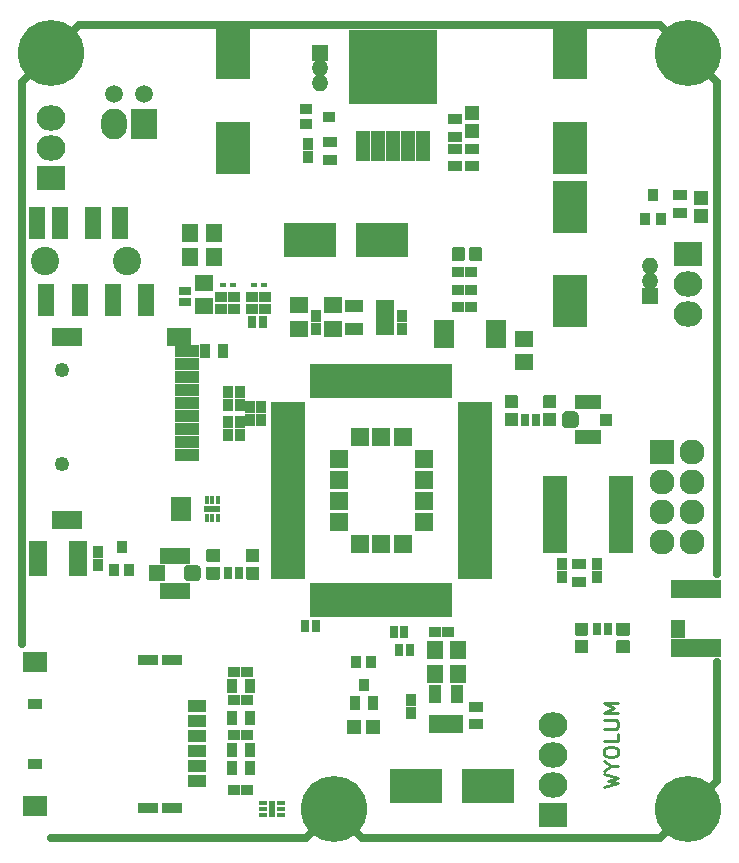
<source format=gts>
G04 #@! TF.GenerationSoftware,KiCad,Pcbnew,5.1.2-f72e74a~84~ubuntu18.04.1*
G04 #@! TF.CreationDate,2019-06-22T18:56:12+05:30*
G04 #@! TF.ProjectId,mc60,6d633630-2e6b-4696-9361-645f70636258,rev?*
G04 #@! TF.SameCoordinates,PX41cdb40PY7bfa480*
G04 #@! TF.FileFunction,Soldermask,Top*
G04 #@! TF.FilePolarity,Negative*
%FSLAX46Y46*%
G04 Gerber Fmt 4.6, Leading zero omitted, Abs format (unit mm)*
G04 Created by KiCad (PCBNEW 5.1.2-f72e74a~84~ubuntu18.04.1) date 2019-06-22 18:56:12*
%MOMM*%
%LPD*%
G04 APERTURE LIST*
%ADD10C,0.700000*%
%ADD11C,0.250000*%
%ADD12C,1.150000*%
%ADD13C,5.600000*%
%ADD14R,1.600000X1.500000*%
%ADD15R,1.400000X1.400000*%
%ADD16O,1.400000X1.400000*%
%ADD17R,0.900000X1.100000*%
%ADD18R,0.900000X1.000000*%
%ADD19R,0.800000X1.000000*%
%ADD20R,1.000000X0.800000*%
%ADD21R,4.400000X2.900000*%
%ADD22R,2.900000X4.400000*%
%ADD23R,1.650000X1.400000*%
%ADD24R,2.900000X1.100000*%
%ADD25R,1.100000X2.900000*%
%ADD26R,1.500000X1.500000*%
%ADD27R,4.200000X1.550000*%
%ADD28R,1.150000X1.600000*%
%ADD29O,2.432000X2.127200*%
%ADD30R,2.432000X2.127200*%
%ADD31R,1.000000X0.900000*%
%ADD32C,0.508000*%
%ADD33C,1.100000*%
%ADD34R,1.400000X1.650000*%
%ADD35C,1.250000*%
%ADD36R,2.000000X1.100000*%
%ADD37R,2.000000X1.600000*%
%ADD38R,2.600000X1.600000*%
%ADD39R,1.800000X2.000000*%
%ADD40R,1.550000X1.050000*%
%ADD41R,1.700000X0.850000*%
%ADD42R,2.100000X1.800000*%
%ADD43R,1.200000X0.940000*%
%ADD44C,2.400000*%
%ADD45R,1.400000X2.700000*%
%ADD46R,1.460000X0.610000*%
%ADD47R,0.460000X0.790000*%
%ADD48R,1.200000X1.200000*%
%ADD49R,0.610000X1.460000*%
%ADD50R,0.790000X0.460000*%
%ADD51R,0.560000X0.450000*%
%ADD52R,1.800000X2.400000*%
%ADD53O,2.127200X2.127200*%
%ADD54R,2.127200X2.127200*%
%ADD55R,1.100000X0.900000*%
%ADD56R,0.900000X1.300000*%
%ADD57R,1.300000X0.900000*%
%ADD58R,2.000000X0.750000*%
%ADD59R,7.500000X6.250000*%
%ADD60R,1.160000X2.600000*%
%ADD61R,1.000000X1.500000*%
%ADD62R,1.500000X1.000000*%
%ADD63C,1.400000*%
%ADD64R,1.100000X1.100000*%
%ADD65R,2.300000X1.150000*%
%ADD66R,2.600000X1.450000*%
%ADD67C,1.500000*%
%ADD68R,2.200000X2.600000*%
%ADD69O,2.200000X2.600000*%
G04 APERTURE END LIST*
D10*
X24600000Y600000D02*
X3050000Y600000D01*
X27000000Y3000000D02*
X24600000Y600000D01*
X600000Y64600000D02*
X600000Y17000000D01*
X5400000Y69400000D02*
X600000Y64600000D01*
X54600000Y69400000D02*
X5400000Y69400000D01*
X59400000Y64600000D02*
X54600000Y69400000D01*
X59400000Y22900000D02*
X59400000Y64600000D01*
X59400000Y5400000D02*
X59400000Y15500000D01*
X54600000Y600000D02*
X59400000Y5400000D01*
X29400000Y600000D02*
X54600000Y600000D01*
X27000000Y3000000D02*
X29400000Y600000D01*
D11*
X49815476Y4898810D02*
X51065476Y5196429D01*
X50172619Y5434524D01*
X51065476Y5672620D01*
X49815476Y5970239D01*
X50470238Y6684524D02*
X51065476Y6684524D01*
X49815476Y6267858D02*
X50470238Y6684524D01*
X49815476Y7101191D01*
X49815476Y7755953D02*
X49815476Y7994048D01*
X49875000Y8113096D01*
X49994047Y8232143D01*
X50232142Y8291667D01*
X50648809Y8291667D01*
X50886904Y8232143D01*
X51005952Y8113096D01*
X51065476Y7994048D01*
X51065476Y7755953D01*
X51005952Y7636905D01*
X50886904Y7517858D01*
X50648809Y7458334D01*
X50232142Y7458334D01*
X49994047Y7517858D01*
X49875000Y7636905D01*
X49815476Y7755953D01*
X51065476Y9422620D02*
X51065476Y8827381D01*
X49815476Y8827381D01*
X49815476Y9839286D02*
X50827380Y9839286D01*
X50946428Y9898810D01*
X51005952Y9958334D01*
X51065476Y10077381D01*
X51065476Y10315477D01*
X51005952Y10434524D01*
X50946428Y10494048D01*
X50827380Y10553572D01*
X49815476Y10553572D01*
X51065476Y11148810D02*
X49815476Y11148810D01*
X50708333Y11565477D01*
X49815476Y11982143D01*
X51065476Y11982143D01*
D12*
X55550000Y68450000D03*
X58450000Y68450000D03*
X58450000Y65550000D03*
X55550000Y65550000D03*
X57000000Y64950000D03*
X57000000Y69050000D03*
X54950000Y67000000D03*
X59050000Y67000000D03*
D13*
X57000000Y67000000D03*
D12*
X1550000Y68450000D03*
X4450000Y68450000D03*
X4450000Y65550000D03*
X1550000Y65550000D03*
X3000000Y64950000D03*
X3000000Y69050000D03*
X950000Y67000000D03*
X5050000Y67000000D03*
D13*
X3000000Y67000000D03*
D12*
X55550000Y4450000D03*
X58450000Y4450000D03*
X58450000Y1550000D03*
X55550000Y1550000D03*
X57000000Y950000D03*
X57000000Y5050000D03*
X54950000Y3000000D03*
X59050000Y3000000D03*
D13*
X57000000Y3000000D03*
D12*
X25550000Y4450000D03*
X28450000Y4450000D03*
X28450000Y1550000D03*
X25550000Y1550000D03*
X27000000Y950000D03*
X27000000Y5050000D03*
X24950000Y3000000D03*
X29050000Y3000000D03*
D13*
X27000000Y3000000D03*
D14*
X5300000Y23500000D03*
X1900000Y23500000D03*
X5300000Y25000000D03*
X1900000Y25000000D03*
D15*
X53750000Y46480000D03*
D16*
X53750000Y47750000D03*
X53750000Y49020000D03*
D15*
X25800000Y67000000D03*
D16*
X25800000Y65730000D03*
X25800000Y64460000D03*
D17*
X9000000Y25250000D03*
X9650000Y23250000D03*
X8350000Y23250000D03*
D18*
X7000000Y23700000D03*
X7000000Y24800000D03*
D19*
X43200000Y36000000D03*
X44100000Y36000000D03*
X18950000Y23000000D03*
X18050000Y23000000D03*
X49250000Y18270000D03*
X50150000Y18270000D03*
X24550000Y18500000D03*
X25450000Y18500000D03*
X32050000Y18000000D03*
X32950000Y18000000D03*
X32500000Y16500000D03*
X33400000Y16500000D03*
D20*
X14400000Y45950000D03*
X14400000Y46850000D03*
D21*
X40050000Y5000000D03*
X33950000Y5000000D03*
X24950000Y51200000D03*
X31050000Y51200000D03*
D22*
X47000000Y46000000D03*
X47000000Y54000000D03*
X18400000Y67000000D03*
X18400000Y59000000D03*
X47000000Y67000000D03*
X47000000Y59000000D03*
D23*
X43050000Y40850000D03*
X43050000Y42850000D03*
D24*
X23100000Y37000000D03*
X23100000Y36000000D03*
X23100000Y35000000D03*
X23100000Y34000000D03*
X23100000Y33000000D03*
X23100000Y32000000D03*
X23100000Y31000000D03*
X23100000Y30000000D03*
X23100000Y29000000D03*
X23100000Y28000000D03*
X23100000Y27000000D03*
X23100000Y26000000D03*
X23100000Y25000000D03*
X23100000Y24000000D03*
X23100000Y23000000D03*
D25*
X25500000Y20750000D03*
X26500000Y20750000D03*
X27500000Y20750000D03*
X28500000Y20750000D03*
X29500000Y20750000D03*
X30500000Y20750000D03*
X31500000Y20750000D03*
X32500000Y20750000D03*
X33500000Y20750000D03*
X34500000Y20750000D03*
X35500000Y20750000D03*
X36500000Y20750000D03*
D24*
X38900000Y23000000D03*
X38900000Y24000000D03*
X38900000Y25000000D03*
X38900000Y26000000D03*
X38900000Y27000000D03*
X38900000Y28000000D03*
X38900000Y29000000D03*
X38900000Y30000000D03*
X38900000Y31000000D03*
X38900000Y32000000D03*
X38900000Y33000000D03*
X38900000Y34000000D03*
X38900000Y35000000D03*
X38900000Y36000000D03*
X38900000Y37000000D03*
D25*
X36500000Y39250000D03*
X35500000Y39250000D03*
X34500000Y39250000D03*
X33500000Y39250000D03*
X32500000Y39250000D03*
X31500000Y39250000D03*
X30500000Y39250000D03*
X29500000Y39250000D03*
X28500000Y39250000D03*
X27500000Y39250000D03*
X26500000Y39250000D03*
X25500000Y39250000D03*
D26*
X34600000Y32700000D03*
X34600000Y30900000D03*
X34600000Y27300000D03*
X34600000Y29100000D03*
X32800000Y25500000D03*
X31000000Y25500000D03*
X29200000Y25500000D03*
X27400000Y27300000D03*
X27400000Y29100000D03*
X27400000Y30900000D03*
X27400000Y32700000D03*
X29200000Y34500000D03*
X31000000Y34500000D03*
X32800000Y34500000D03*
D27*
X57600000Y16700000D03*
X57600000Y21700000D03*
D28*
X56075000Y18275000D03*
D29*
X3000000Y61540000D03*
X3000000Y59000000D03*
D30*
X3000000Y56460000D03*
D31*
X19650000Y14650000D03*
X18550000Y14650000D03*
D32*
G36*
X48425782Y17319470D02*
G01*
X48436460Y17317886D01*
X48446931Y17315263D01*
X48457095Y17311627D01*
X48466854Y17307011D01*
X48476113Y17301462D01*
X48484783Y17295031D01*
X48492782Y17287782D01*
X48500031Y17279783D01*
X48506462Y17271113D01*
X48512011Y17261854D01*
X48516627Y17252095D01*
X48520263Y17241931D01*
X48522886Y17231460D01*
X48524470Y17220782D01*
X48525000Y17210000D01*
X48525000Y16330000D01*
X48524470Y16319218D01*
X48522886Y16308540D01*
X48520263Y16298069D01*
X48516627Y16287905D01*
X48512011Y16278146D01*
X48506462Y16268887D01*
X48500031Y16260217D01*
X48492782Y16252218D01*
X48484783Y16244969D01*
X48476113Y16238538D01*
X48466854Y16232989D01*
X48457095Y16228373D01*
X48446931Y16224737D01*
X48436460Y16222114D01*
X48425782Y16220530D01*
X48415000Y16220000D01*
X47485000Y16220000D01*
X47474218Y16220530D01*
X47463540Y16222114D01*
X47453069Y16224737D01*
X47442905Y16228373D01*
X47433146Y16232989D01*
X47423887Y16238538D01*
X47415217Y16244969D01*
X47407218Y16252218D01*
X47399969Y16260217D01*
X47393538Y16268887D01*
X47387989Y16278146D01*
X47383373Y16287905D01*
X47379737Y16298069D01*
X47377114Y16308540D01*
X47375530Y16319218D01*
X47375000Y16330000D01*
X47375000Y17210000D01*
X47375530Y17220782D01*
X47377114Y17231460D01*
X47379737Y17241931D01*
X47383373Y17252095D01*
X47387989Y17261854D01*
X47393538Y17271113D01*
X47399969Y17279783D01*
X47407218Y17287782D01*
X47415217Y17295031D01*
X47423887Y17301462D01*
X47433146Y17307011D01*
X47442905Y17311627D01*
X47453069Y17315263D01*
X47463540Y17317886D01*
X47474218Y17319470D01*
X47485000Y17320000D01*
X48415000Y17320000D01*
X48425782Y17319470D01*
X48425782Y17319470D01*
G37*
D33*
X47950000Y16770000D03*
D32*
G36*
X48425782Y18819470D02*
G01*
X48436460Y18817886D01*
X48446931Y18815263D01*
X48457095Y18811627D01*
X48466854Y18807011D01*
X48476113Y18801462D01*
X48484783Y18795031D01*
X48492782Y18787782D01*
X48500031Y18779783D01*
X48506462Y18771113D01*
X48512011Y18761854D01*
X48516627Y18752095D01*
X48520263Y18741931D01*
X48522886Y18731460D01*
X48524470Y18720782D01*
X48525000Y18710000D01*
X48525000Y17830000D01*
X48524470Y17819218D01*
X48522886Y17808540D01*
X48520263Y17798069D01*
X48516627Y17787905D01*
X48512011Y17778146D01*
X48506462Y17768887D01*
X48500031Y17760217D01*
X48492782Y17752218D01*
X48484783Y17744969D01*
X48476113Y17738538D01*
X48466854Y17732989D01*
X48457095Y17728373D01*
X48446931Y17724737D01*
X48436460Y17722114D01*
X48425782Y17720530D01*
X48415000Y17720000D01*
X47485000Y17720000D01*
X47474218Y17720530D01*
X47463540Y17722114D01*
X47453069Y17724737D01*
X47442905Y17728373D01*
X47433146Y17732989D01*
X47423887Y17738538D01*
X47415217Y17744969D01*
X47407218Y17752218D01*
X47399969Y17760217D01*
X47393538Y17768887D01*
X47387989Y17778146D01*
X47383373Y17787905D01*
X47379737Y17798069D01*
X47377114Y17808540D01*
X47375530Y17819218D01*
X47375000Y17830000D01*
X47375000Y18710000D01*
X47375530Y18720782D01*
X47377114Y18731460D01*
X47379737Y18741931D01*
X47383373Y18752095D01*
X47387989Y18761854D01*
X47393538Y18771113D01*
X47399969Y18779783D01*
X47407218Y18787782D01*
X47415217Y18795031D01*
X47423887Y18801462D01*
X47433146Y18807011D01*
X47442905Y18811627D01*
X47453069Y18815263D01*
X47463540Y18817886D01*
X47474218Y18819470D01*
X47485000Y18820000D01*
X48415000Y18820000D01*
X48425782Y18819470D01*
X48425782Y18819470D01*
G37*
D33*
X47950000Y18270000D03*
D32*
G36*
X42475782Y38049470D02*
G01*
X42486460Y38047886D01*
X42496931Y38045263D01*
X42507095Y38041627D01*
X42516854Y38037011D01*
X42526113Y38031462D01*
X42534783Y38025031D01*
X42542782Y38017782D01*
X42550031Y38009783D01*
X42556462Y38001113D01*
X42562011Y37991854D01*
X42566627Y37982095D01*
X42570263Y37971931D01*
X42572886Y37961460D01*
X42574470Y37950782D01*
X42575000Y37940000D01*
X42575000Y37060000D01*
X42574470Y37049218D01*
X42572886Y37038540D01*
X42570263Y37028069D01*
X42566627Y37017905D01*
X42562011Y37008146D01*
X42556462Y36998887D01*
X42550031Y36990217D01*
X42542782Y36982218D01*
X42534783Y36974969D01*
X42526113Y36968538D01*
X42516854Y36962989D01*
X42507095Y36958373D01*
X42496931Y36954737D01*
X42486460Y36952114D01*
X42475782Y36950530D01*
X42465000Y36950000D01*
X41535000Y36950000D01*
X41524218Y36950530D01*
X41513540Y36952114D01*
X41503069Y36954737D01*
X41492905Y36958373D01*
X41483146Y36962989D01*
X41473887Y36968538D01*
X41465217Y36974969D01*
X41457218Y36982218D01*
X41449969Y36990217D01*
X41443538Y36998887D01*
X41437989Y37008146D01*
X41433373Y37017905D01*
X41429737Y37028069D01*
X41427114Y37038540D01*
X41425530Y37049218D01*
X41425000Y37060000D01*
X41425000Y37940000D01*
X41425530Y37950782D01*
X41427114Y37961460D01*
X41429737Y37971931D01*
X41433373Y37982095D01*
X41437989Y37991854D01*
X41443538Y38001113D01*
X41449969Y38009783D01*
X41457218Y38017782D01*
X41465217Y38025031D01*
X41473887Y38031462D01*
X41483146Y38037011D01*
X41492905Y38041627D01*
X41503069Y38045263D01*
X41513540Y38047886D01*
X41524218Y38049470D01*
X41535000Y38050000D01*
X42465000Y38050000D01*
X42475782Y38049470D01*
X42475782Y38049470D01*
G37*
D33*
X42000000Y37500000D03*
D32*
G36*
X42475782Y36549470D02*
G01*
X42486460Y36547886D01*
X42496931Y36545263D01*
X42507095Y36541627D01*
X42516854Y36537011D01*
X42526113Y36531462D01*
X42534783Y36525031D01*
X42542782Y36517782D01*
X42550031Y36509783D01*
X42556462Y36501113D01*
X42562011Y36491854D01*
X42566627Y36482095D01*
X42570263Y36471931D01*
X42572886Y36461460D01*
X42574470Y36450782D01*
X42575000Y36440000D01*
X42575000Y35560000D01*
X42574470Y35549218D01*
X42572886Y35538540D01*
X42570263Y35528069D01*
X42566627Y35517905D01*
X42562011Y35508146D01*
X42556462Y35498887D01*
X42550031Y35490217D01*
X42542782Y35482218D01*
X42534783Y35474969D01*
X42526113Y35468538D01*
X42516854Y35462989D01*
X42507095Y35458373D01*
X42496931Y35454737D01*
X42486460Y35452114D01*
X42475782Y35450530D01*
X42465000Y35450000D01*
X41535000Y35450000D01*
X41524218Y35450530D01*
X41513540Y35452114D01*
X41503069Y35454737D01*
X41492905Y35458373D01*
X41483146Y35462989D01*
X41473887Y35468538D01*
X41465217Y35474969D01*
X41457218Y35482218D01*
X41449969Y35490217D01*
X41443538Y35498887D01*
X41437989Y35508146D01*
X41433373Y35517905D01*
X41429737Y35528069D01*
X41427114Y35538540D01*
X41425530Y35549218D01*
X41425000Y35560000D01*
X41425000Y36440000D01*
X41425530Y36450782D01*
X41427114Y36461460D01*
X41429737Y36471931D01*
X41433373Y36482095D01*
X41437989Y36491854D01*
X41443538Y36501113D01*
X41449969Y36509783D01*
X41457218Y36517782D01*
X41465217Y36525031D01*
X41473887Y36531462D01*
X41483146Y36537011D01*
X41492905Y36541627D01*
X41503069Y36545263D01*
X41513540Y36547886D01*
X41524218Y36549470D01*
X41535000Y36550000D01*
X42465000Y36550000D01*
X42475782Y36549470D01*
X42475782Y36549470D01*
G37*
D33*
X42000000Y36000000D03*
D32*
G36*
X45725782Y38049470D02*
G01*
X45736460Y38047886D01*
X45746931Y38045263D01*
X45757095Y38041627D01*
X45766854Y38037011D01*
X45776113Y38031462D01*
X45784783Y38025031D01*
X45792782Y38017782D01*
X45800031Y38009783D01*
X45806462Y38001113D01*
X45812011Y37991854D01*
X45816627Y37982095D01*
X45820263Y37971931D01*
X45822886Y37961460D01*
X45824470Y37950782D01*
X45825000Y37940000D01*
X45825000Y37060000D01*
X45824470Y37049218D01*
X45822886Y37038540D01*
X45820263Y37028069D01*
X45816627Y37017905D01*
X45812011Y37008146D01*
X45806462Y36998887D01*
X45800031Y36990217D01*
X45792782Y36982218D01*
X45784783Y36974969D01*
X45776113Y36968538D01*
X45766854Y36962989D01*
X45757095Y36958373D01*
X45746931Y36954737D01*
X45736460Y36952114D01*
X45725782Y36950530D01*
X45715000Y36950000D01*
X44785000Y36950000D01*
X44774218Y36950530D01*
X44763540Y36952114D01*
X44753069Y36954737D01*
X44742905Y36958373D01*
X44733146Y36962989D01*
X44723887Y36968538D01*
X44715217Y36974969D01*
X44707218Y36982218D01*
X44699969Y36990217D01*
X44693538Y36998887D01*
X44687989Y37008146D01*
X44683373Y37017905D01*
X44679737Y37028069D01*
X44677114Y37038540D01*
X44675530Y37049218D01*
X44675000Y37060000D01*
X44675000Y37940000D01*
X44675530Y37950782D01*
X44677114Y37961460D01*
X44679737Y37971931D01*
X44683373Y37982095D01*
X44687989Y37991854D01*
X44693538Y38001113D01*
X44699969Y38009783D01*
X44707218Y38017782D01*
X44715217Y38025031D01*
X44723887Y38031462D01*
X44733146Y38037011D01*
X44742905Y38041627D01*
X44753069Y38045263D01*
X44763540Y38047886D01*
X44774218Y38049470D01*
X44785000Y38050000D01*
X45715000Y38050000D01*
X45725782Y38049470D01*
X45725782Y38049470D01*
G37*
D33*
X45250000Y37500000D03*
D32*
G36*
X45725782Y36549470D02*
G01*
X45736460Y36547886D01*
X45746931Y36545263D01*
X45757095Y36541627D01*
X45766854Y36537011D01*
X45776113Y36531462D01*
X45784783Y36525031D01*
X45792782Y36517782D01*
X45800031Y36509783D01*
X45806462Y36501113D01*
X45812011Y36491854D01*
X45816627Y36482095D01*
X45820263Y36471931D01*
X45822886Y36461460D01*
X45824470Y36450782D01*
X45825000Y36440000D01*
X45825000Y35560000D01*
X45824470Y35549218D01*
X45822886Y35538540D01*
X45820263Y35528069D01*
X45816627Y35517905D01*
X45812011Y35508146D01*
X45806462Y35498887D01*
X45800031Y35490217D01*
X45792782Y35482218D01*
X45784783Y35474969D01*
X45776113Y35468538D01*
X45766854Y35462989D01*
X45757095Y35458373D01*
X45746931Y35454737D01*
X45736460Y35452114D01*
X45725782Y35450530D01*
X45715000Y35450000D01*
X44785000Y35450000D01*
X44774218Y35450530D01*
X44763540Y35452114D01*
X44753069Y35454737D01*
X44742905Y35458373D01*
X44733146Y35462989D01*
X44723887Y35468538D01*
X44715217Y35474969D01*
X44707218Y35482218D01*
X44699969Y35490217D01*
X44693538Y35498887D01*
X44687989Y35508146D01*
X44683373Y35517905D01*
X44679737Y35528069D01*
X44677114Y35538540D01*
X44675530Y35549218D01*
X44675000Y35560000D01*
X44675000Y36440000D01*
X44675530Y36450782D01*
X44677114Y36461460D01*
X44679737Y36471931D01*
X44683373Y36482095D01*
X44687989Y36491854D01*
X44693538Y36501113D01*
X44699969Y36509783D01*
X44707218Y36517782D01*
X44715217Y36525031D01*
X44723887Y36531462D01*
X44733146Y36537011D01*
X44742905Y36541627D01*
X44753069Y36545263D01*
X44763540Y36547886D01*
X44774218Y36549470D01*
X44785000Y36550000D01*
X45715000Y36550000D01*
X45725782Y36549470D01*
X45725782Y36549470D01*
G37*
D33*
X45250000Y36000000D03*
D32*
G36*
X20575782Y25049470D02*
G01*
X20586460Y25047886D01*
X20596931Y25045263D01*
X20607095Y25041627D01*
X20616854Y25037011D01*
X20626113Y25031462D01*
X20634783Y25025031D01*
X20642782Y25017782D01*
X20650031Y25009783D01*
X20656462Y25001113D01*
X20662011Y24991854D01*
X20666627Y24982095D01*
X20670263Y24971931D01*
X20672886Y24961460D01*
X20674470Y24950782D01*
X20675000Y24940000D01*
X20675000Y24060000D01*
X20674470Y24049218D01*
X20672886Y24038540D01*
X20670263Y24028069D01*
X20666627Y24017905D01*
X20662011Y24008146D01*
X20656462Y23998887D01*
X20650031Y23990217D01*
X20642782Y23982218D01*
X20634783Y23974969D01*
X20626113Y23968538D01*
X20616854Y23962989D01*
X20607095Y23958373D01*
X20596931Y23954737D01*
X20586460Y23952114D01*
X20575782Y23950530D01*
X20565000Y23950000D01*
X19635000Y23950000D01*
X19624218Y23950530D01*
X19613540Y23952114D01*
X19603069Y23954737D01*
X19592905Y23958373D01*
X19583146Y23962989D01*
X19573887Y23968538D01*
X19565217Y23974969D01*
X19557218Y23982218D01*
X19549969Y23990217D01*
X19543538Y23998887D01*
X19537989Y24008146D01*
X19533373Y24017905D01*
X19529737Y24028069D01*
X19527114Y24038540D01*
X19525530Y24049218D01*
X19525000Y24060000D01*
X19525000Y24940000D01*
X19525530Y24950782D01*
X19527114Y24961460D01*
X19529737Y24971931D01*
X19533373Y24982095D01*
X19537989Y24991854D01*
X19543538Y25001113D01*
X19549969Y25009783D01*
X19557218Y25017782D01*
X19565217Y25025031D01*
X19573887Y25031462D01*
X19583146Y25037011D01*
X19592905Y25041627D01*
X19603069Y25045263D01*
X19613540Y25047886D01*
X19624218Y25049470D01*
X19635000Y25050000D01*
X20565000Y25050000D01*
X20575782Y25049470D01*
X20575782Y25049470D01*
G37*
D33*
X20100000Y24500000D03*
D32*
G36*
X20575782Y23549470D02*
G01*
X20586460Y23547886D01*
X20596931Y23545263D01*
X20607095Y23541627D01*
X20616854Y23537011D01*
X20626113Y23531462D01*
X20634783Y23525031D01*
X20642782Y23517782D01*
X20650031Y23509783D01*
X20656462Y23501113D01*
X20662011Y23491854D01*
X20666627Y23482095D01*
X20670263Y23471931D01*
X20672886Y23461460D01*
X20674470Y23450782D01*
X20675000Y23440000D01*
X20675000Y22560000D01*
X20674470Y22549218D01*
X20672886Y22538540D01*
X20670263Y22528069D01*
X20666627Y22517905D01*
X20662011Y22508146D01*
X20656462Y22498887D01*
X20650031Y22490217D01*
X20642782Y22482218D01*
X20634783Y22474969D01*
X20626113Y22468538D01*
X20616854Y22462989D01*
X20607095Y22458373D01*
X20596931Y22454737D01*
X20586460Y22452114D01*
X20575782Y22450530D01*
X20565000Y22450000D01*
X19635000Y22450000D01*
X19624218Y22450530D01*
X19613540Y22452114D01*
X19603069Y22454737D01*
X19592905Y22458373D01*
X19583146Y22462989D01*
X19573887Y22468538D01*
X19565217Y22474969D01*
X19557218Y22482218D01*
X19549969Y22490217D01*
X19543538Y22498887D01*
X19537989Y22508146D01*
X19533373Y22517905D01*
X19529737Y22528069D01*
X19527114Y22538540D01*
X19525530Y22549218D01*
X19525000Y22560000D01*
X19525000Y23440000D01*
X19525530Y23450782D01*
X19527114Y23461460D01*
X19529737Y23471931D01*
X19533373Y23482095D01*
X19537989Y23491854D01*
X19543538Y23501113D01*
X19549969Y23509783D01*
X19557218Y23517782D01*
X19565217Y23525031D01*
X19573887Y23531462D01*
X19583146Y23537011D01*
X19592905Y23541627D01*
X19603069Y23545263D01*
X19613540Y23547886D01*
X19624218Y23549470D01*
X19635000Y23550000D01*
X20565000Y23550000D01*
X20575782Y23549470D01*
X20575782Y23549470D01*
G37*
D33*
X20100000Y23000000D03*
D32*
G36*
X17225782Y25049470D02*
G01*
X17236460Y25047886D01*
X17246931Y25045263D01*
X17257095Y25041627D01*
X17266854Y25037011D01*
X17276113Y25031462D01*
X17284783Y25025031D01*
X17292782Y25017782D01*
X17300031Y25009783D01*
X17306462Y25001113D01*
X17312011Y24991854D01*
X17316627Y24982095D01*
X17320263Y24971931D01*
X17322886Y24961460D01*
X17324470Y24950782D01*
X17325000Y24940000D01*
X17325000Y24060000D01*
X17324470Y24049218D01*
X17322886Y24038540D01*
X17320263Y24028069D01*
X17316627Y24017905D01*
X17312011Y24008146D01*
X17306462Y23998887D01*
X17300031Y23990217D01*
X17292782Y23982218D01*
X17284783Y23974969D01*
X17276113Y23968538D01*
X17266854Y23962989D01*
X17257095Y23958373D01*
X17246931Y23954737D01*
X17236460Y23952114D01*
X17225782Y23950530D01*
X17215000Y23950000D01*
X16285000Y23950000D01*
X16274218Y23950530D01*
X16263540Y23952114D01*
X16253069Y23954737D01*
X16242905Y23958373D01*
X16233146Y23962989D01*
X16223887Y23968538D01*
X16215217Y23974969D01*
X16207218Y23982218D01*
X16199969Y23990217D01*
X16193538Y23998887D01*
X16187989Y24008146D01*
X16183373Y24017905D01*
X16179737Y24028069D01*
X16177114Y24038540D01*
X16175530Y24049218D01*
X16175000Y24060000D01*
X16175000Y24940000D01*
X16175530Y24950782D01*
X16177114Y24961460D01*
X16179737Y24971931D01*
X16183373Y24982095D01*
X16187989Y24991854D01*
X16193538Y25001113D01*
X16199969Y25009783D01*
X16207218Y25017782D01*
X16215217Y25025031D01*
X16223887Y25031462D01*
X16233146Y25037011D01*
X16242905Y25041627D01*
X16253069Y25045263D01*
X16263540Y25047886D01*
X16274218Y25049470D01*
X16285000Y25050000D01*
X17215000Y25050000D01*
X17225782Y25049470D01*
X17225782Y25049470D01*
G37*
D33*
X16750000Y24500000D03*
D32*
G36*
X17225782Y23549470D02*
G01*
X17236460Y23547886D01*
X17246931Y23545263D01*
X17257095Y23541627D01*
X17266854Y23537011D01*
X17276113Y23531462D01*
X17284783Y23525031D01*
X17292782Y23517782D01*
X17300031Y23509783D01*
X17306462Y23501113D01*
X17312011Y23491854D01*
X17316627Y23482095D01*
X17320263Y23471931D01*
X17322886Y23461460D01*
X17324470Y23450782D01*
X17325000Y23440000D01*
X17325000Y22560000D01*
X17324470Y22549218D01*
X17322886Y22538540D01*
X17320263Y22528069D01*
X17316627Y22517905D01*
X17312011Y22508146D01*
X17306462Y22498887D01*
X17300031Y22490217D01*
X17292782Y22482218D01*
X17284783Y22474969D01*
X17276113Y22468538D01*
X17266854Y22462989D01*
X17257095Y22458373D01*
X17246931Y22454737D01*
X17236460Y22452114D01*
X17225782Y22450530D01*
X17215000Y22450000D01*
X16285000Y22450000D01*
X16274218Y22450530D01*
X16263540Y22452114D01*
X16253069Y22454737D01*
X16242905Y22458373D01*
X16233146Y22462989D01*
X16223887Y22468538D01*
X16215217Y22474969D01*
X16207218Y22482218D01*
X16199969Y22490217D01*
X16193538Y22498887D01*
X16187989Y22508146D01*
X16183373Y22517905D01*
X16179737Y22528069D01*
X16177114Y22538540D01*
X16175530Y22549218D01*
X16175000Y22560000D01*
X16175000Y23440000D01*
X16175530Y23450782D01*
X16177114Y23461460D01*
X16179737Y23471931D01*
X16183373Y23482095D01*
X16187989Y23491854D01*
X16193538Y23501113D01*
X16199969Y23509783D01*
X16207218Y23517782D01*
X16215217Y23525031D01*
X16223887Y23531462D01*
X16233146Y23537011D01*
X16242905Y23541627D01*
X16253069Y23545263D01*
X16263540Y23547886D01*
X16274218Y23549470D01*
X16285000Y23550000D01*
X17215000Y23550000D01*
X17225782Y23549470D01*
X17225782Y23549470D01*
G37*
D33*
X16750000Y23000000D03*
D32*
G36*
X51925782Y17319470D02*
G01*
X51936460Y17317886D01*
X51946931Y17315263D01*
X51957095Y17311627D01*
X51966854Y17307011D01*
X51976113Y17301462D01*
X51984783Y17295031D01*
X51992782Y17287782D01*
X52000031Y17279783D01*
X52006462Y17271113D01*
X52012011Y17261854D01*
X52016627Y17252095D01*
X52020263Y17241931D01*
X52022886Y17231460D01*
X52024470Y17220782D01*
X52025000Y17210000D01*
X52025000Y16330000D01*
X52024470Y16319218D01*
X52022886Y16308540D01*
X52020263Y16298069D01*
X52016627Y16287905D01*
X52012011Y16278146D01*
X52006462Y16268887D01*
X52000031Y16260217D01*
X51992782Y16252218D01*
X51984783Y16244969D01*
X51976113Y16238538D01*
X51966854Y16232989D01*
X51957095Y16228373D01*
X51946931Y16224737D01*
X51936460Y16222114D01*
X51925782Y16220530D01*
X51915000Y16220000D01*
X50985000Y16220000D01*
X50974218Y16220530D01*
X50963540Y16222114D01*
X50953069Y16224737D01*
X50942905Y16228373D01*
X50933146Y16232989D01*
X50923887Y16238538D01*
X50915217Y16244969D01*
X50907218Y16252218D01*
X50899969Y16260217D01*
X50893538Y16268887D01*
X50887989Y16278146D01*
X50883373Y16287905D01*
X50879737Y16298069D01*
X50877114Y16308540D01*
X50875530Y16319218D01*
X50875000Y16330000D01*
X50875000Y17210000D01*
X50875530Y17220782D01*
X50877114Y17231460D01*
X50879737Y17241931D01*
X50883373Y17252095D01*
X50887989Y17261854D01*
X50893538Y17271113D01*
X50899969Y17279783D01*
X50907218Y17287782D01*
X50915217Y17295031D01*
X50923887Y17301462D01*
X50933146Y17307011D01*
X50942905Y17311627D01*
X50953069Y17315263D01*
X50963540Y17317886D01*
X50974218Y17319470D01*
X50985000Y17320000D01*
X51915000Y17320000D01*
X51925782Y17319470D01*
X51925782Y17319470D01*
G37*
D33*
X51450000Y16770000D03*
D32*
G36*
X51925782Y18819470D02*
G01*
X51936460Y18817886D01*
X51946931Y18815263D01*
X51957095Y18811627D01*
X51966854Y18807011D01*
X51976113Y18801462D01*
X51984783Y18795031D01*
X51992782Y18787782D01*
X52000031Y18779783D01*
X52006462Y18771113D01*
X52012011Y18761854D01*
X52016627Y18752095D01*
X52020263Y18741931D01*
X52022886Y18731460D01*
X52024470Y18720782D01*
X52025000Y18710000D01*
X52025000Y17830000D01*
X52024470Y17819218D01*
X52022886Y17808540D01*
X52020263Y17798069D01*
X52016627Y17787905D01*
X52012011Y17778146D01*
X52006462Y17768887D01*
X52000031Y17760217D01*
X51992782Y17752218D01*
X51984783Y17744969D01*
X51976113Y17738538D01*
X51966854Y17732989D01*
X51957095Y17728373D01*
X51946931Y17724737D01*
X51936460Y17722114D01*
X51925782Y17720530D01*
X51915000Y17720000D01*
X50985000Y17720000D01*
X50974218Y17720530D01*
X50963540Y17722114D01*
X50953069Y17724737D01*
X50942905Y17728373D01*
X50933146Y17732989D01*
X50923887Y17738538D01*
X50915217Y17744969D01*
X50907218Y17752218D01*
X50899969Y17760217D01*
X50893538Y17768887D01*
X50887989Y17778146D01*
X50883373Y17787905D01*
X50879737Y17798069D01*
X50877114Y17808540D01*
X50875530Y17819218D01*
X50875000Y17830000D01*
X50875000Y18710000D01*
X50875530Y18720782D01*
X50877114Y18731460D01*
X50879737Y18741931D01*
X50883373Y18752095D01*
X50887989Y18761854D01*
X50893538Y18771113D01*
X50899969Y18779783D01*
X50907218Y18787782D01*
X50915217Y18795031D01*
X50923887Y18801462D01*
X50933146Y18807011D01*
X50942905Y18811627D01*
X50953069Y18815263D01*
X50963540Y18817886D01*
X50974218Y18819470D01*
X50985000Y18820000D01*
X51915000Y18820000D01*
X51925782Y18819470D01*
X51925782Y18819470D01*
G37*
D33*
X51450000Y18270000D03*
D34*
X16800000Y51800000D03*
X14800000Y51800000D03*
X16800000Y49800000D03*
X14800000Y49800000D03*
D23*
X16000000Y45600000D03*
X16000000Y47600000D03*
D32*
G36*
X37950782Y50574470D02*
G01*
X37961460Y50572886D01*
X37971931Y50570263D01*
X37982095Y50566627D01*
X37991854Y50562011D01*
X38001113Y50556462D01*
X38009783Y50550031D01*
X38017782Y50542782D01*
X38025031Y50534783D01*
X38031462Y50526113D01*
X38037011Y50516854D01*
X38041627Y50507095D01*
X38045263Y50496931D01*
X38047886Y50486460D01*
X38049470Y50475782D01*
X38050000Y50465000D01*
X38050000Y49535000D01*
X38049470Y49524218D01*
X38047886Y49513540D01*
X38045263Y49503069D01*
X38041627Y49492905D01*
X38037011Y49483146D01*
X38031462Y49473887D01*
X38025031Y49465217D01*
X38017782Y49457218D01*
X38009783Y49449969D01*
X38001113Y49443538D01*
X37991854Y49437989D01*
X37982095Y49433373D01*
X37971931Y49429737D01*
X37961460Y49427114D01*
X37950782Y49425530D01*
X37940000Y49425000D01*
X37060000Y49425000D01*
X37049218Y49425530D01*
X37038540Y49427114D01*
X37028069Y49429737D01*
X37017905Y49433373D01*
X37008146Y49437989D01*
X36998887Y49443538D01*
X36990217Y49449969D01*
X36982218Y49457218D01*
X36974969Y49465217D01*
X36968538Y49473887D01*
X36962989Y49483146D01*
X36958373Y49492905D01*
X36954737Y49503069D01*
X36952114Y49513540D01*
X36950530Y49524218D01*
X36950000Y49535000D01*
X36950000Y50465000D01*
X36950530Y50475782D01*
X36952114Y50486460D01*
X36954737Y50496931D01*
X36958373Y50507095D01*
X36962989Y50516854D01*
X36968538Y50526113D01*
X36974969Y50534783D01*
X36982218Y50542782D01*
X36990217Y50550031D01*
X36998887Y50556462D01*
X37008146Y50562011D01*
X37017905Y50566627D01*
X37028069Y50570263D01*
X37038540Y50572886D01*
X37049218Y50574470D01*
X37060000Y50575000D01*
X37940000Y50575000D01*
X37950782Y50574470D01*
X37950782Y50574470D01*
G37*
D33*
X37500000Y50000000D03*
D32*
G36*
X39450782Y50574470D02*
G01*
X39461460Y50572886D01*
X39471931Y50570263D01*
X39482095Y50566627D01*
X39491854Y50562011D01*
X39501113Y50556462D01*
X39509783Y50550031D01*
X39517782Y50542782D01*
X39525031Y50534783D01*
X39531462Y50526113D01*
X39537011Y50516854D01*
X39541627Y50507095D01*
X39545263Y50496931D01*
X39547886Y50486460D01*
X39549470Y50475782D01*
X39550000Y50465000D01*
X39550000Y49535000D01*
X39549470Y49524218D01*
X39547886Y49513540D01*
X39545263Y49503069D01*
X39541627Y49492905D01*
X39537011Y49483146D01*
X39531462Y49473887D01*
X39525031Y49465217D01*
X39517782Y49457218D01*
X39509783Y49449969D01*
X39501113Y49443538D01*
X39491854Y49437989D01*
X39482095Y49433373D01*
X39471931Y49429737D01*
X39461460Y49427114D01*
X39450782Y49425530D01*
X39440000Y49425000D01*
X38560000Y49425000D01*
X38549218Y49425530D01*
X38538540Y49427114D01*
X38528069Y49429737D01*
X38517905Y49433373D01*
X38508146Y49437989D01*
X38498887Y49443538D01*
X38490217Y49449969D01*
X38482218Y49457218D01*
X38474969Y49465217D01*
X38468538Y49473887D01*
X38462989Y49483146D01*
X38458373Y49492905D01*
X38454737Y49503069D01*
X38452114Y49513540D01*
X38450530Y49524218D01*
X38450000Y49535000D01*
X38450000Y50465000D01*
X38450530Y50475782D01*
X38452114Y50486460D01*
X38454737Y50496931D01*
X38458373Y50507095D01*
X38462989Y50516854D01*
X38468538Y50526113D01*
X38474969Y50534783D01*
X38482218Y50542782D01*
X38490217Y50550031D01*
X38498887Y50556462D01*
X38508146Y50562011D01*
X38517905Y50566627D01*
X38528069Y50570263D01*
X38538540Y50572886D01*
X38549218Y50574470D01*
X38560000Y50575000D01*
X39440000Y50575000D01*
X39450782Y50574470D01*
X39450782Y50574470D01*
G37*
D33*
X39000000Y50000000D03*
D34*
X35500000Y14500000D03*
X37500000Y14500000D03*
X35500000Y16500000D03*
X37500000Y16500000D03*
D23*
X26936000Y43700000D03*
X26936000Y45700000D03*
X24000000Y43700000D03*
X24000000Y45700000D03*
D35*
X4000000Y40200000D03*
X4000000Y32200000D03*
D36*
X14500000Y33000000D03*
X14500000Y34100000D03*
X14500000Y35200000D03*
X14500000Y36300000D03*
X14500000Y37400000D03*
X14500000Y38500000D03*
X14500000Y39600000D03*
X14500000Y40700000D03*
X14500000Y41800000D03*
D37*
X13900000Y43000000D03*
D38*
X4400000Y43000000D03*
X4400000Y27500000D03*
D39*
X14000000Y28400000D03*
D40*
X15400000Y5380000D03*
X15400000Y6650000D03*
X15400000Y7920000D03*
X15400000Y11730000D03*
X15400000Y10460000D03*
X15400000Y9190000D03*
D41*
X11230000Y3135000D03*
X13230000Y3135000D03*
X11230000Y15665000D03*
X13230000Y15665000D03*
D42*
X1670000Y3295000D03*
X1670000Y15505000D03*
D43*
X1670000Y11940000D03*
X1670000Y6860000D03*
D44*
X9500000Y49400000D03*
X2500000Y49400000D03*
D45*
X1850000Y52665000D03*
X3750000Y52665000D03*
X6550000Y52665000D03*
X11060000Y46135000D03*
X2610000Y46135000D03*
X5460000Y46135000D03*
X8310000Y46135000D03*
X8900000Y52665000D03*
D46*
X16700000Y28400000D03*
D47*
X17200000Y27640000D03*
X16700000Y27640000D03*
X16200000Y27640000D03*
X16200000Y29160000D03*
X16700000Y29160000D03*
X17200000Y29160000D03*
D48*
X58100000Y53200000D03*
X58100000Y54800000D03*
X28700000Y10000000D03*
X30300000Y10000000D03*
D49*
X21750000Y3000000D03*
D50*
X22510000Y3500000D03*
X22510000Y3000000D03*
X22510000Y2500000D03*
X20990000Y2500000D03*
X20990000Y3000000D03*
X20990000Y3500000D03*
D51*
X21020000Y47400000D03*
X20180000Y47400000D03*
X18420000Y47400000D03*
X17580000Y47400000D03*
D52*
X40700000Y43250000D03*
X36300000Y43250000D03*
D48*
X38700000Y62000000D03*
X38700000Y60400000D03*
D53*
X57290000Y25630000D03*
X54750000Y25630000D03*
X57290000Y28170000D03*
X54750000Y28170000D03*
X57290000Y30710000D03*
X54750000Y30710000D03*
X57290000Y33250000D03*
D54*
X54750000Y33250000D03*
D17*
X54000000Y55000000D03*
X54650000Y53000000D03*
X53350000Y53000000D03*
X29500000Y13500000D03*
X28850000Y15500000D03*
X30150000Y15500000D03*
D55*
X26594000Y61654000D03*
X24594000Y61004000D03*
X24594000Y62304000D03*
D56*
X16050000Y41800000D03*
X17550000Y41800000D03*
X19850000Y6500000D03*
X18350000Y6500000D03*
X19850000Y8050000D03*
X18350000Y8050000D03*
X19850000Y13450000D03*
X18350000Y13450000D03*
D57*
X56300000Y55000000D03*
X56300000Y53500000D03*
D56*
X30250000Y12000000D03*
X28750000Y12000000D03*
X19850000Y10750000D03*
X18350000Y10750000D03*
D57*
X47750000Y22250000D03*
X47750000Y23750000D03*
X26610000Y59500000D03*
X26610000Y58000000D03*
X37200000Y58950000D03*
X37200000Y57450000D03*
X38699999Y58950000D03*
X38699999Y57450000D03*
X37200000Y61450000D03*
X37200000Y59950000D03*
X39000000Y11700000D03*
X39000000Y10200000D03*
D58*
X51300000Y30925000D03*
X51300000Y30275000D03*
X51300000Y29625000D03*
X51300000Y28975000D03*
X51300000Y28325000D03*
X51300000Y27675000D03*
X51300000Y27025000D03*
X51300000Y26375000D03*
X51300000Y25725000D03*
X51300000Y25075000D03*
X45700000Y25075000D03*
X45700000Y25725000D03*
X45700000Y26375000D03*
X45700000Y27025000D03*
X45700000Y27675000D03*
X45700000Y28325000D03*
X45700000Y28975000D03*
X45700000Y29625000D03*
X45700000Y30275000D03*
X45700000Y30925000D03*
D59*
X32000000Y65875000D03*
D60*
X34540000Y59200000D03*
X33270000Y59200000D03*
X32000000Y59200000D03*
X30730000Y59200000D03*
X29460000Y59200000D03*
D61*
X35500000Y12800000D03*
X37400000Y12800000D03*
X37400000Y10200000D03*
X36450000Y10200000D03*
X35500000Y10200000D03*
D62*
X28684000Y43700000D03*
X28684000Y45600000D03*
X31284000Y45600000D03*
X31284000Y44650000D03*
X31284000Y43700000D03*
D31*
X19650000Y12250000D03*
X18550000Y12250000D03*
X19650000Y9300000D03*
X18550000Y9300000D03*
X18550000Y4650000D03*
X19650000Y4650000D03*
X21150000Y46400000D03*
X20050000Y46400000D03*
X21150000Y45400000D03*
X20050000Y45400000D03*
D18*
X46250000Y23800000D03*
X46250000Y22700000D03*
X49250000Y23800000D03*
X49250000Y22700000D03*
X18000000Y37200000D03*
X18000000Y38300000D03*
X19000000Y37200000D03*
X19000000Y38300000D03*
X19900000Y35950000D03*
X19900000Y37050000D03*
X20800000Y35950000D03*
X20800000Y37050000D03*
D31*
X18550000Y46400000D03*
X17450000Y46400000D03*
X18550000Y45400000D03*
X17450000Y45400000D03*
D18*
X18000000Y34700000D03*
X18000000Y35800000D03*
X19000000Y34700000D03*
X19000000Y35800000D03*
X24750000Y58200000D03*
X24750000Y59300000D03*
D31*
X37500000Y48500000D03*
X38600000Y48500000D03*
X37500000Y47000000D03*
X38600000Y47000000D03*
X37500000Y45500000D03*
X38600000Y45500000D03*
D18*
X33500000Y11200000D03*
X33500000Y12300000D03*
D31*
X35500000Y18000000D03*
X36600000Y18000000D03*
D18*
X32750000Y43700000D03*
X32750000Y44800000D03*
X25500000Y43700000D03*
X25500000Y44800000D03*
D32*
G36*
X47384306Y36698315D02*
G01*
X47418282Y36693275D01*
X47451600Y36684929D01*
X47483939Y36673358D01*
X47514989Y36658672D01*
X47544450Y36641014D01*
X47572038Y36620554D01*
X47597487Y36597487D01*
X47620554Y36572038D01*
X47641014Y36544450D01*
X47658672Y36514989D01*
X47673358Y36483939D01*
X47684929Y36451600D01*
X47693275Y36418282D01*
X47698315Y36384306D01*
X47700000Y36350000D01*
X47700000Y35650000D01*
X47698315Y35615694D01*
X47693275Y35581718D01*
X47684929Y35548400D01*
X47673358Y35516061D01*
X47658672Y35485011D01*
X47641014Y35455550D01*
X47620554Y35427962D01*
X47597487Y35402513D01*
X47572038Y35379446D01*
X47544450Y35358986D01*
X47514989Y35341328D01*
X47483939Y35326642D01*
X47451600Y35315071D01*
X47418282Y35306725D01*
X47384306Y35301685D01*
X47350000Y35300000D01*
X46650000Y35300000D01*
X46615694Y35301685D01*
X46581718Y35306725D01*
X46548400Y35315071D01*
X46516061Y35326642D01*
X46485011Y35341328D01*
X46455550Y35358986D01*
X46427962Y35379446D01*
X46402513Y35402513D01*
X46379446Y35427962D01*
X46358986Y35455550D01*
X46341328Y35485011D01*
X46326642Y35516061D01*
X46315071Y35548400D01*
X46306725Y35581718D01*
X46301685Y35615694D01*
X46300000Y35650000D01*
X46300000Y36350000D01*
X46301685Y36384306D01*
X46306725Y36418282D01*
X46315071Y36451600D01*
X46326642Y36483939D01*
X46341328Y36514989D01*
X46358986Y36544450D01*
X46379446Y36572038D01*
X46402513Y36597487D01*
X46427962Y36620554D01*
X46455550Y36641014D01*
X46485011Y36658672D01*
X46516061Y36673358D01*
X46548400Y36684929D01*
X46581718Y36693275D01*
X46615694Y36698315D01*
X46650000Y36700000D01*
X47350000Y36700000D01*
X47384306Y36698315D01*
X47384306Y36698315D01*
G37*
D63*
X47000000Y36000000D03*
D64*
X50000000Y36000000D03*
D65*
X48500000Y34525000D03*
X48500000Y37475000D03*
D32*
G36*
X15384306Y23698315D02*
G01*
X15418282Y23693275D01*
X15451600Y23684929D01*
X15483939Y23673358D01*
X15514989Y23658672D01*
X15544450Y23641014D01*
X15572038Y23620554D01*
X15597487Y23597487D01*
X15620554Y23572038D01*
X15641014Y23544450D01*
X15658672Y23514989D01*
X15673358Y23483939D01*
X15684929Y23451600D01*
X15693275Y23418282D01*
X15698315Y23384306D01*
X15700000Y23350000D01*
X15700000Y22650000D01*
X15698315Y22615694D01*
X15693275Y22581718D01*
X15684929Y22548400D01*
X15673358Y22516061D01*
X15658672Y22485011D01*
X15641014Y22455550D01*
X15620554Y22427962D01*
X15597487Y22402513D01*
X15572038Y22379446D01*
X15544450Y22358986D01*
X15514989Y22341328D01*
X15483939Y22326642D01*
X15451600Y22315071D01*
X15418282Y22306725D01*
X15384306Y22301685D01*
X15350000Y22300000D01*
X14650000Y22300000D01*
X14615694Y22301685D01*
X14581718Y22306725D01*
X14548400Y22315071D01*
X14516061Y22326642D01*
X14485011Y22341328D01*
X14455550Y22358986D01*
X14427962Y22379446D01*
X14402513Y22402513D01*
X14379446Y22427962D01*
X14358986Y22455550D01*
X14341328Y22485011D01*
X14326642Y22516061D01*
X14315071Y22548400D01*
X14306725Y22581718D01*
X14301685Y22615694D01*
X14300000Y22650000D01*
X14300000Y23350000D01*
X14301685Y23384306D01*
X14306725Y23418282D01*
X14315071Y23451600D01*
X14326642Y23483939D01*
X14341328Y23514989D01*
X14358986Y23544450D01*
X14379446Y23572038D01*
X14402513Y23597487D01*
X14427962Y23620554D01*
X14455550Y23641014D01*
X14485011Y23658672D01*
X14516061Y23673358D01*
X14548400Y23684929D01*
X14581718Y23693275D01*
X14615694Y23698315D01*
X14650000Y23700000D01*
X15350000Y23700000D01*
X15384306Y23698315D01*
X15384306Y23698315D01*
G37*
D63*
X15000000Y23000000D03*
D15*
X12000000Y23000000D03*
D66*
X13500000Y24475000D03*
X13500000Y21525000D03*
D67*
X8330000Y63540000D03*
X10870000Y63540000D03*
D68*
X10870000Y61000000D03*
D69*
X8330000Y61000000D03*
D29*
X57000000Y44960000D03*
X57000000Y47500000D03*
D30*
X57000000Y50040000D03*
X45500000Y2500000D03*
D29*
X45500000Y5040000D03*
X45500000Y7580000D03*
X45500000Y10120000D03*
D19*
X20950000Y44250000D03*
X20050000Y44250000D03*
M02*

</source>
